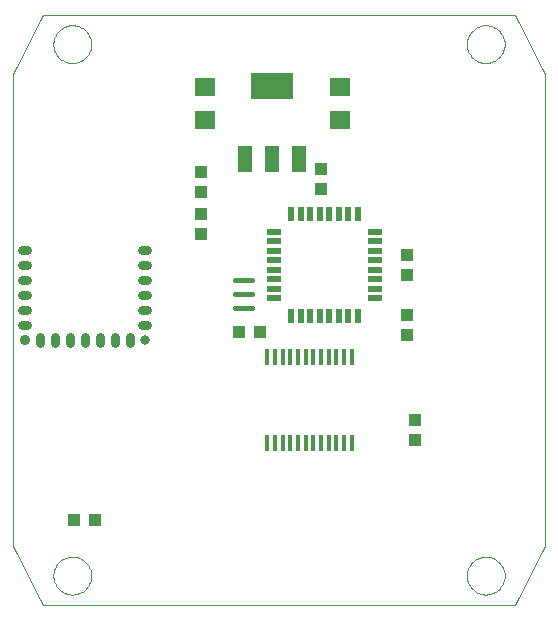
<source format=gtp>
G75*
%MOIN*%
%OFA0B0*%
%FSLAX24Y24*%
%IPPOS*%
%LPD*%
%AMOC8*
5,1,8,0,0,1.08239X$1,22.5*
%
%ADD10C,0.0000*%
%ADD11R,0.0137X0.0550*%
%ADD12R,0.0480X0.0880*%
%ADD13R,0.1417X0.0866*%
%ADD14R,0.0709X0.0630*%
%ADD15R,0.0433X0.0394*%
%ADD16R,0.0394X0.0433*%
%ADD17R,0.0500X0.0220*%
%ADD18R,0.0220X0.0500*%
%ADD19C,0.0177*%
%ADD20C,0.0315*%
%ADD21C,0.0354*%
%ADD22C,0.0315*%
D10*
X001510Y000307D02*
X000526Y002276D01*
X000526Y018024D01*
X001510Y019993D01*
X017258Y019993D01*
X018243Y018024D01*
X018243Y002276D01*
X017258Y000307D01*
X001510Y000307D01*
X001864Y001292D02*
X001866Y001342D01*
X001872Y001392D01*
X001882Y001441D01*
X001896Y001489D01*
X001913Y001536D01*
X001934Y001581D01*
X001959Y001625D01*
X001987Y001666D01*
X002019Y001705D01*
X002053Y001742D01*
X002090Y001776D01*
X002130Y001806D01*
X002172Y001833D01*
X002216Y001857D01*
X002262Y001878D01*
X002309Y001894D01*
X002357Y001907D01*
X002407Y001916D01*
X002456Y001921D01*
X002507Y001922D01*
X002557Y001919D01*
X002606Y001912D01*
X002655Y001901D01*
X002703Y001886D01*
X002749Y001868D01*
X002794Y001846D01*
X002837Y001820D01*
X002878Y001791D01*
X002917Y001759D01*
X002953Y001724D01*
X002985Y001686D01*
X003015Y001646D01*
X003042Y001603D01*
X003065Y001559D01*
X003084Y001513D01*
X003100Y001465D01*
X003112Y001416D01*
X003120Y001367D01*
X003124Y001317D01*
X003124Y001267D01*
X003120Y001217D01*
X003112Y001168D01*
X003100Y001119D01*
X003084Y001071D01*
X003065Y001025D01*
X003042Y000981D01*
X003015Y000938D01*
X002985Y000898D01*
X002953Y000860D01*
X002917Y000825D01*
X002878Y000793D01*
X002837Y000764D01*
X002794Y000738D01*
X002749Y000716D01*
X002703Y000698D01*
X002655Y000683D01*
X002606Y000672D01*
X002557Y000665D01*
X002507Y000662D01*
X002456Y000663D01*
X002407Y000668D01*
X002357Y000677D01*
X002309Y000690D01*
X002262Y000706D01*
X002216Y000727D01*
X002172Y000751D01*
X002130Y000778D01*
X002090Y000808D01*
X002053Y000842D01*
X002019Y000879D01*
X001987Y000918D01*
X001959Y000959D01*
X001934Y001003D01*
X001913Y001048D01*
X001896Y001095D01*
X001882Y001143D01*
X001872Y001192D01*
X001866Y001242D01*
X001864Y001292D01*
X015644Y001292D02*
X015646Y001342D01*
X015652Y001392D01*
X015662Y001441D01*
X015676Y001489D01*
X015693Y001536D01*
X015714Y001581D01*
X015739Y001625D01*
X015767Y001666D01*
X015799Y001705D01*
X015833Y001742D01*
X015870Y001776D01*
X015910Y001806D01*
X015952Y001833D01*
X015996Y001857D01*
X016042Y001878D01*
X016089Y001894D01*
X016137Y001907D01*
X016187Y001916D01*
X016236Y001921D01*
X016287Y001922D01*
X016337Y001919D01*
X016386Y001912D01*
X016435Y001901D01*
X016483Y001886D01*
X016529Y001868D01*
X016574Y001846D01*
X016617Y001820D01*
X016658Y001791D01*
X016697Y001759D01*
X016733Y001724D01*
X016765Y001686D01*
X016795Y001646D01*
X016822Y001603D01*
X016845Y001559D01*
X016864Y001513D01*
X016880Y001465D01*
X016892Y001416D01*
X016900Y001367D01*
X016904Y001317D01*
X016904Y001267D01*
X016900Y001217D01*
X016892Y001168D01*
X016880Y001119D01*
X016864Y001071D01*
X016845Y001025D01*
X016822Y000981D01*
X016795Y000938D01*
X016765Y000898D01*
X016733Y000860D01*
X016697Y000825D01*
X016658Y000793D01*
X016617Y000764D01*
X016574Y000738D01*
X016529Y000716D01*
X016483Y000698D01*
X016435Y000683D01*
X016386Y000672D01*
X016337Y000665D01*
X016287Y000662D01*
X016236Y000663D01*
X016187Y000668D01*
X016137Y000677D01*
X016089Y000690D01*
X016042Y000706D01*
X015996Y000727D01*
X015952Y000751D01*
X015910Y000778D01*
X015870Y000808D01*
X015833Y000842D01*
X015799Y000879D01*
X015767Y000918D01*
X015739Y000959D01*
X015714Y001003D01*
X015693Y001048D01*
X015676Y001095D01*
X015662Y001143D01*
X015652Y001192D01*
X015646Y001242D01*
X015644Y001292D01*
X015644Y019008D02*
X015646Y019058D01*
X015652Y019108D01*
X015662Y019157D01*
X015676Y019205D01*
X015693Y019252D01*
X015714Y019297D01*
X015739Y019341D01*
X015767Y019382D01*
X015799Y019421D01*
X015833Y019458D01*
X015870Y019492D01*
X015910Y019522D01*
X015952Y019549D01*
X015996Y019573D01*
X016042Y019594D01*
X016089Y019610D01*
X016137Y019623D01*
X016187Y019632D01*
X016236Y019637D01*
X016287Y019638D01*
X016337Y019635D01*
X016386Y019628D01*
X016435Y019617D01*
X016483Y019602D01*
X016529Y019584D01*
X016574Y019562D01*
X016617Y019536D01*
X016658Y019507D01*
X016697Y019475D01*
X016733Y019440D01*
X016765Y019402D01*
X016795Y019362D01*
X016822Y019319D01*
X016845Y019275D01*
X016864Y019229D01*
X016880Y019181D01*
X016892Y019132D01*
X016900Y019083D01*
X016904Y019033D01*
X016904Y018983D01*
X016900Y018933D01*
X016892Y018884D01*
X016880Y018835D01*
X016864Y018787D01*
X016845Y018741D01*
X016822Y018697D01*
X016795Y018654D01*
X016765Y018614D01*
X016733Y018576D01*
X016697Y018541D01*
X016658Y018509D01*
X016617Y018480D01*
X016574Y018454D01*
X016529Y018432D01*
X016483Y018414D01*
X016435Y018399D01*
X016386Y018388D01*
X016337Y018381D01*
X016287Y018378D01*
X016236Y018379D01*
X016187Y018384D01*
X016137Y018393D01*
X016089Y018406D01*
X016042Y018422D01*
X015996Y018443D01*
X015952Y018467D01*
X015910Y018494D01*
X015870Y018524D01*
X015833Y018558D01*
X015799Y018595D01*
X015767Y018634D01*
X015739Y018675D01*
X015714Y018719D01*
X015693Y018764D01*
X015676Y018811D01*
X015662Y018859D01*
X015652Y018908D01*
X015646Y018958D01*
X015644Y019008D01*
X001864Y019008D02*
X001866Y019058D01*
X001872Y019108D01*
X001882Y019157D01*
X001896Y019205D01*
X001913Y019252D01*
X001934Y019297D01*
X001959Y019341D01*
X001987Y019382D01*
X002019Y019421D01*
X002053Y019458D01*
X002090Y019492D01*
X002130Y019522D01*
X002172Y019549D01*
X002216Y019573D01*
X002262Y019594D01*
X002309Y019610D01*
X002357Y019623D01*
X002407Y019632D01*
X002456Y019637D01*
X002507Y019638D01*
X002557Y019635D01*
X002606Y019628D01*
X002655Y019617D01*
X002703Y019602D01*
X002749Y019584D01*
X002794Y019562D01*
X002837Y019536D01*
X002878Y019507D01*
X002917Y019475D01*
X002953Y019440D01*
X002985Y019402D01*
X003015Y019362D01*
X003042Y019319D01*
X003065Y019275D01*
X003084Y019229D01*
X003100Y019181D01*
X003112Y019132D01*
X003120Y019083D01*
X003124Y019033D01*
X003124Y018983D01*
X003120Y018933D01*
X003112Y018884D01*
X003100Y018835D01*
X003084Y018787D01*
X003065Y018741D01*
X003042Y018697D01*
X003015Y018654D01*
X002985Y018614D01*
X002953Y018576D01*
X002917Y018541D01*
X002878Y018509D01*
X002837Y018480D01*
X002794Y018454D01*
X002749Y018432D01*
X002703Y018414D01*
X002655Y018399D01*
X002606Y018388D01*
X002557Y018381D01*
X002507Y018378D01*
X002456Y018379D01*
X002407Y018384D01*
X002357Y018393D01*
X002309Y018406D01*
X002262Y018422D01*
X002216Y018443D01*
X002172Y018467D01*
X002130Y018494D01*
X002090Y018524D01*
X002053Y018558D01*
X002019Y018595D01*
X001987Y018634D01*
X001959Y018675D01*
X001934Y018719D01*
X001913Y018764D01*
X001896Y018811D01*
X001882Y018859D01*
X001872Y018908D01*
X001866Y018958D01*
X001864Y019008D01*
D11*
X008993Y008589D03*
X009248Y008589D03*
X009504Y008589D03*
X009760Y008589D03*
X010016Y008589D03*
X010272Y008589D03*
X010528Y008589D03*
X010784Y008589D03*
X011040Y008589D03*
X011296Y008589D03*
X011552Y008589D03*
X011807Y008589D03*
X011807Y005711D03*
X011552Y005711D03*
X011296Y005711D03*
X011040Y005711D03*
X010784Y005711D03*
X010528Y005711D03*
X010272Y005711D03*
X010016Y005711D03*
X009760Y005711D03*
X009504Y005711D03*
X009248Y005711D03*
X008993Y005711D03*
D12*
X009150Y015180D03*
X008240Y015180D03*
X010060Y015180D03*
D13*
X009150Y017620D03*
D14*
X006900Y017576D03*
X006900Y016474D03*
X011400Y016474D03*
X011400Y017576D03*
D15*
X008735Y009400D03*
X008065Y009400D03*
X003235Y003150D03*
X002565Y003150D03*
D16*
X006775Y012690D03*
X006775Y013360D03*
X006775Y014065D03*
X006775Y014735D03*
X010775Y014860D03*
X010775Y014190D03*
X013650Y011985D03*
X013650Y011315D03*
X013650Y009985D03*
X013650Y009315D03*
X013900Y006485D03*
X013900Y005815D03*
D17*
X012590Y010548D03*
X012590Y010863D03*
X012590Y011178D03*
X012590Y011493D03*
X012590Y011807D03*
X012590Y012122D03*
X012590Y012437D03*
X012590Y012752D03*
X009210Y012752D03*
X009210Y012437D03*
X009210Y012122D03*
X009210Y011807D03*
X009210Y011493D03*
X009210Y011178D03*
X009210Y010863D03*
X009210Y010548D03*
D18*
X009798Y009960D03*
X010113Y009960D03*
X010428Y009960D03*
X010743Y009960D03*
X011057Y009960D03*
X011372Y009960D03*
X011687Y009960D03*
X012002Y009960D03*
X012002Y013340D03*
X011687Y013340D03*
X011372Y013340D03*
X011057Y013340D03*
X010743Y013340D03*
X010428Y013340D03*
X010113Y013340D03*
X009798Y013340D03*
D19*
X007913Y011162D02*
X007913Y011162D01*
X008487Y011162D01*
X008487Y011162D01*
X007913Y011162D01*
X007913Y010689D02*
X007913Y010689D01*
X008487Y010689D01*
X008487Y010689D01*
X007913Y010689D01*
X007913Y010217D02*
X007913Y010217D01*
X008487Y010217D01*
X008487Y010217D01*
X007913Y010217D01*
D20*
X004993Y010150D02*
X004807Y010150D01*
X004807Y010150D01*
X004993Y010150D01*
X004993Y010150D01*
X004993Y010650D02*
X004807Y010650D01*
X004807Y010650D01*
X004993Y010650D01*
X004993Y010650D01*
X004993Y011150D02*
X004807Y011150D01*
X004807Y011150D01*
X004993Y011150D01*
X004993Y011150D01*
X004993Y011650D02*
X004807Y011650D01*
X004807Y011650D01*
X004993Y011650D01*
X004993Y011650D01*
X004993Y012150D02*
X004807Y012150D01*
X004807Y012150D01*
X004993Y012150D01*
X004993Y012150D01*
X004993Y009650D02*
X004807Y009650D01*
X004807Y009650D01*
X004993Y009650D01*
X004993Y009650D01*
X004400Y009243D02*
X004400Y009057D01*
X004400Y009057D01*
X004400Y009243D01*
X004400Y009243D01*
X003900Y009243D02*
X003900Y009057D01*
X003900Y009057D01*
X003900Y009243D01*
X003900Y009243D01*
X003400Y009243D02*
X003400Y009057D01*
X003400Y009057D01*
X003400Y009243D01*
X003400Y009243D01*
X002900Y009243D02*
X002900Y009057D01*
X002900Y009057D01*
X002900Y009243D01*
X002900Y009243D01*
X002400Y009243D02*
X002400Y009057D01*
X002400Y009057D01*
X002400Y009243D01*
X002400Y009243D01*
X001900Y009243D02*
X001900Y009057D01*
X001900Y009057D01*
X001900Y009243D01*
X001900Y009243D01*
X001400Y009243D02*
X001400Y009057D01*
X001400Y009057D01*
X001400Y009243D01*
X001400Y009243D01*
X000993Y009650D02*
X000807Y009650D01*
X000807Y009650D01*
X000993Y009650D01*
X000993Y009650D01*
X000993Y010150D02*
X000807Y010150D01*
X000807Y010150D01*
X000993Y010150D01*
X000993Y010150D01*
X000993Y010650D02*
X000807Y010650D01*
X000807Y010650D01*
X000993Y010650D01*
X000993Y010650D01*
X000993Y011150D02*
X000807Y011150D01*
X000807Y011150D01*
X000993Y011150D01*
X000993Y011150D01*
X000993Y011650D02*
X000807Y011650D01*
X000807Y011650D01*
X000993Y011650D01*
X000993Y011650D01*
X000993Y012150D02*
X000807Y012150D01*
X000807Y012150D01*
X000993Y012150D01*
X000993Y012150D01*
D21*
X000900Y009150D03*
D22*
X004900Y009150D03*
M02*

</source>
